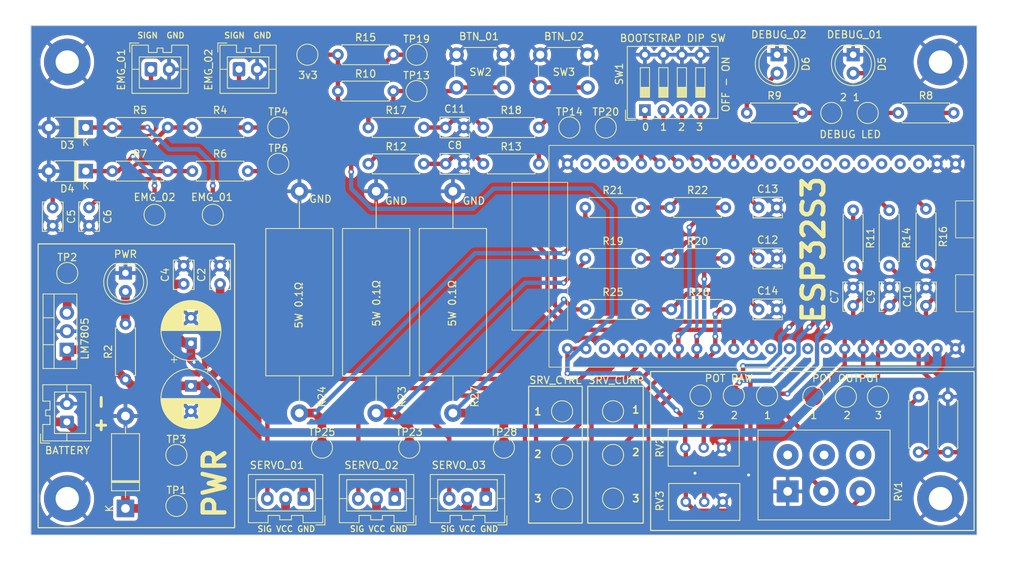
<source format=kicad_pcb>
(kicad_pcb (version 20221018) (generator pcbnew)
  (layers (0 "F.Cu" signal) (31 "B.Cu" signal) (34 "B.Paste" user) (35 "F.Paste" user) (36 "B.SilkS" user "B.Silkscreen") (37 "F.SilkS" user "F.Silkscreen") (38 "B.Mask" user) (39 "F.Mask" user) (44 "Edge.Cuts" user))
  (net 0 "")
  (net 1 "+3V3")
  (net 3 "SERVO_CONTROL_01")
  (net 4 "SERVO_CONTROL_02")
  (net 5 "SERVO_CONTROL_03")
  (net 6 "SERVO_CURR_01")
  (net 7 "SERVO_CURR_02")
  (net 8 "SERVO_CURR_03")
  (net 9 "EMG_SENSOR_01")
  (net 10 "EMG_SENSOR_02")
  (net 15 "POT_01")
  (net 16 "POT_02")
  (net 17 "POT_03")
  (net 19 "BATT_SENSE")
  (net 20 "+5V")
  (net 21 "GND")
  (net 31 "DEBUG_LED_01")
  (net 32 "DEBUG_LED_02")
  (net 33 "DIP_SWITCH_00")
  (net 34 "DIP_SWITCH_01")
  (net 35 "DIP_SWITCH_02")
  (net 36 "DIP_SWITCH_03")
  (net 37 "BUTTON_01")
  (net 38 "BUTTON_02")
  (net 41 "+BATT")
  (net 42 "Net-(C5-Pad1)")
  (net 43 "Net-(C6-Pad1)")
  (net 44 "Net-(C8-Pad1)")
  (net 45 "Net-(C11-Pad1)")
  (net 46 "Net-(C12-Pad1)")
  (net 47 "Net-(C14-Pad1)")
  (net 48 "Net-(C13-Pad1)")
  (net 49 "Net-(D2-A)")
  (net 50 "Net-(D5-A)")
  (net 51 "Net-(D6-A)")
  (net 52 "Net-(J2-Pin_1)")
  (net 53 "Net-(J3-Pin_1)")
  (net 54 "Net-(J4-Pin_1)")
  (net 55 "Net-(J6-Pin_1)")
  (net 56 "Net-(J5-Pin_1)")
  (net 57 "Net-(R10-Pad2)")
  (net 58 "Net-(R11-Pad1)")
  (net 59 "Net-(R14-Pad1)")
  (net 60 "Net-(R15-Pad2)")
  (net 61 "Net-(R16-Pad1)")
  (footprint "Resistor_THT:R_Axial_DIN0207_L6.3mm_D2.5mm_P7.62mm_Horizontal" (layer "F.Cu") (at 187.81 75)
    (fp_text reference "R22")
    (fp_text value "68k" hide)
  )
  (footprint "TestPoint:TestPoint_Pad_D2.5mm" (layer "F.Cu") (at 120 116)
    (fp_text reference "TP1")
    (fp_text value "TP_BATT" hide)
  )
  (footprint "Resistor_THT:R_Axial_DIN0207_L6.3mm_D2.5mm_P7.62mm_Horizontal" (layer "F.Cu") (at 146.38 69)
    (fp_text reference "R12")
    (fp_text value "10k" hide)
  )
  (footprint "TestPoint:TestPoint_Pad_D2.5mm" (layer "F.Cu") (at 117 76)
    (fp_text reference "TP7" hide)
    (fp_text value "TP_EMG_02_UC" hide)
  )
  (footprint "Resistor_THT:R_Axial_DIN0207_L6.3mm_D2.5mm_P7.62mm_Horizontal" (layer "F.Cu") (at 111.19 70)
    (fp_text reference "R7")
    (fp_text value "10k" hide)
  )
  (footprint "TestPoint:TestPoint_Pad_D2.5mm" (layer "F.Cu") (at 207.518 101)
    (fp_text reference "TP12" hide)
    (fp_text value "TP_POT_01" hide)
  )
  (footprint "Connector_JST:JST_XA_B03B-XASK-1_1x03_P2.50mm_Vertical" (layer "F.Cu") (at 150 115 180)
    (fp_text reference "J4" hide)
    (fp_text value "CONN_SERVO_02" hide)
  )
  (footprint "Button_Switch_THT:SW_PUSH_6mm_H5mm" (layer "F.Cu") (at 158.5 54)
    (fp_text reference "SW2")
    (fp_text value "BUTTON_01" hide)
  )
  (footprint "Package_TO_SOT_THT:TO-220-3_Vertical" (layer "F.Cu") (at 104.945 94.54 90)
    (fp_text reference "U1" hide)
    (fp_text value "LM7805_TO220" hide)
  )
  (footprint "Connector_JST:JST_XA_B02B-XASK-1_1x02_P2.50mm_Vertical" (layer "F.Cu") (at 116.5 56)
    (fp_text reference "J2" hide)
    (fp_text value "EMG_SENSOR_01" hide)
  )
  (footprint "Capacitor_THT:C_Disc_D3.8mm_W2.6mm_P2.50mm" (layer "F.Cu") (at 213 88.5 90)
    (fp_text reference "C7")
    (fp_text value "68nF" hide)
  )
  (footprint "Resistor_THT:R_Axial_DIN0207_L6.3mm_D2.5mm_P7.62mm_Horizontal" (layer "F.Cu") (at 176.19 82)
    (fp_text reference "R19")
    (fp_text value "1k2" hide)
  )
  (footprint "TestPoint:TestPoint_Pad_D2.5mm" (layer "F.Cu") (at 153 54)
    (fp_text reference "TP19")
    (fp_text value "TP_BTN_RAW_02" hide)
  )
  (footprint "Resistor_THT:R_Axial_DIN0207_L6.3mm_D2.5mm_P7.62mm_Horizontal" (layer "F.Cu") (at 162.19 64)
    (fp_text reference "R18")
    (fp_text value "33k" hide)
  )
  (footprint "Resistor_THT:R_Axial_DIN0207_L6.3mm_D2.5mm_P7.62mm_Horizontal" (layer "F.Cu") (at 111.19 64)
    (fp_text reference "R5")
    (fp_text value "10k" hide)
  )
  (footprint "TestPoint:TestPoint_Pad_D2.5mm" (layer "F.Cu") (at 134 64)
    (fp_text reference "TP4")
    (fp_text value "TP_EMG_01_IN" hide)
  )
  (footprint "TestPoint:TestPoint_Pad_D2.5mm" (layer "F.Cu") (at 152 108)
    (fp_text reference "TP23")
    (fp_text value "TP_SERVO_CURR_RAW_02" hide)
  )
  (footprint "TestPoint:TestPoint_Pad_D2.5mm" (layer "F.Cu") (at 180 103)
    (fp_text reference "TP26" hide)
    (fp_text value "TP_SERVO_CURR_01" hide)
  )
  (footprint "MountingHole:MountingHole_3.2mm_M3_Pad" (layer "F.Cu") (at 105 55)
    (fp_text reference "H1" hide)
    (fp_text value "MountingHole_Pad" hide)
  )
  (footprint "Potentiometer_THT:Potentiometer_Bourns_3296W_Vertical" (layer "F.Cu") (at 195 108)
    (fp_text reference "RV2")
    (fp_text value "Trim Pot. 10k" hide)
  )
  (footprint "TestPoint:TestPoint_Pad_D2.5mm" (layer "F.Cu") (at 201.168 100.838)
    (fp_text reference "TP11" hide)
    (fp_text value "TP_POT_RAW_01" hide)
  )
  (footprint "Diode_THT:D_T-1_P5.08mm_Horizontal" (layer "F.Cu") (at 107.54 70 180)
    (fp_text reference "D4")
    (fp_text value "5v1" hide)
  )
  (footprint "Diode_THT:D_DO-15_P12.70mm_Horizontal" (layer "F.Cu") (at 113 116.35 90)
    (fp_text reference "D1" hide)
    (fp_text value "FR207")
  )
  (footprint "Capacitor_THT:C_Disc_D3.8mm_W2.6mm_P2.50mm" (layer "F.Cu") (at 126 85.5 90)
    (fp_text reference "C2")
    (fp_text value "0.1uF" hide)
  )
  (footprint "TestPoint:TestPoint_Pad_D2.5mm" (layer "F.Cu") (at 180 115)
    (fp_text reference "TP29" hide)
    (fp_text value "TP_SERVO_CURR_03" hide)
  )
  (footprint "Capacitor_THT:C_Disc_D3.8mm_W2.6mm_P2.50mm" (layer "F.Cu") (at 200 75)
    (fp_text reference "C13")
    (fp_text value "100nF" hide)
  )
  (footprint "Capacitor_THT:C_Disc_D3.8mm_W2.6mm_P2.50mm" (layer "F.Cu") (at 218 88.5 90)
    (fp_text reference "C9")
    (fp_text value "68nF" hide)
  )
  (footprint "TestPoint:TestPoint_Pad_D2.5mm" (layer "F.Cu") (at 174 64)
    (fp_text reference "TP14")
    (fp_text value "TP_BTN_01" hide)
  )
  (footprint "Resistor_THT:R_Axial_DIN0207_L6.3mm_D2.5mm_P7.62mm_Horizontal" (layer "F.Cu") (at 226 108.62 90)
    (fp_text reference "R3" hide)
    (fp_text value "47k" hide)
  )
  (footprint "Potentiometer_THT:Potentiometer_Alps_RK163_Dual_Horizontal" (layer "F.Cu") (at 204 114 90)
    (fp_text reference "RV1")
    (fp_text value "Pot. 5k" hide)
  )
  (footprint "Button_Switch_THT:SW_PUSH_6mm_H5mm" (layer "F.Cu") (at 170 54)
    (fp_text reference "SW3")
    (fp_text value "BUTTON_02" hide)
  )
  (footprint "TestPoint:TestPoint_Pad_D2.5mm" (layer "F.Cu") (at 173 109)
    (fp_text reference "TP21" hide)
    (fp_text value "TP_SERVO_CONTROL_02" hide)
  )
  (footprint "Capacitor_THT:C_Disc_D3.8mm_W2.6mm_P2.50mm" (layer "F.Cu") (at 157 69)
    (fp_text reference "C8")
    (fp_text value "100nF" hide)
  )
  (footprint "Resistor_THT:R_Axial_DIN0207_L6.3mm_D2.5mm_P7.62mm_Horizontal" (layer "F.Cu") (at 188 89)
    (fp_text reference "R26")
    (fp_text value "68k" hide)
  )
  (footprint "Potentiometer_THT:Potentiometer_Bourns_3296W_Vertical" (layer "F.Cu") (at 195.08 115.45)
    (fp_text reference "RV3")
    (fp_text value "Trim Pot. 10k" hide)
  )
  (footprint "Resistor_THT:R_Axial_DIN0207_L6.3mm_D2.5mm_P7.62mm_Horizontal" (layer "F.Cu") (at 122.19 64)
    (fp_text reference "R4")
    (fp_text value "330k" hide)
  )
  (footprint "TestPoint:TestPoint_Pad_D2.5mm" (layer "F.Cu") (at 140 108)
    (fp_text reference "TP25")
    (fp_text value "TP_SERVO_CURR_RAW_01" hide)
  )
  (footprint "TestPoint:TestPoint_Pad_D2.5mm" (layer "F.Cu") (at 196.596 100.838)
    (fp_text reference "TP15" hide)
    (fp_text value "TP_POT_RAW_02" hide)
  )
  (footprint "TestPoint:TestPoint_Pad_D2.5mm" (layer "F.Cu") (at 138 54)
    (fp_text reference "TP10" hide)
    (fp_text value "TP_3v3" hide)
  )
  (footprint "Button_Switch_THT:SW_DIP_SPSTx04_Slide_9.78x12.34mm_W7.62mm_P2.54mm" (layer "F.Cu") (at 184.38 61.62 90)
    (fp_text reference "SW1")
    (fp_text value "DIP_SWITCH" hide)
  )
  (footprint "Resistor_THT:R_Axial_DIN0207_L6.3mm_D2.5mm_P7.62mm_Horizontal" (layer "F.Cu") (at 113 98.62 90)
    (fp_text reference "R2")
    (fp_text value "10k")
  )
  (footprint "Capacitor_THT:C_Disc_D3.8mm_W2.6mm_P2.50mm" (layer "F.Cu") (at 121 85.5 90)
    (fp_text reference "C4")
    (fp_text value "0.1uF" hide)
  )
  (footprint "Capacitor_THT:C_Disc_D3.8mm_W2.6mm_P2.50mm" (layer "F.Cu") (at 223 88.5 90)
    (fp_text reference "C10")
    (fp_text value "68nF" hide)
  )
  (footprint "TestPoint:TestPoint_Pad_D2.5mm" (layer "F.Cu") (at 180 109)
    (fp_text reference "TP24" hide)
    (fp_text value "TP_SERVO_CURR_02" hide)
  )
  (footprint "Capacitor_THT:C_Disc_D3.8mm_W2.6mm_P2.50mm" (layer "F.Cu") (at 157 64)
    (fp_text reference "C11")
    (fp_text value "100nF" hide)
  )
  (footprint "Resistor_THT:R_Axial_DIN0922_L20.0mm_D9.0mm_P30.48mm_Horizontal" (layer "F.Cu") (at 147.45 103.245 90)
    (fp_text reference "R23")
    (fp_text value "0.1" hide)
  )
  (footprint "TestPoint:TestPoint_Pad_D2.5mm" (layer "F.Cu") (at 120 109)
    (fp_text reference "TP3")
    (fp_text value "TP_GND" hide)
  )
  (footprint "MountingHole:MountingHole_3.2mm_M3_Pad" (layer "F.Cu") (at 225 115)
    (fp_text reference "H4" hide)
    (fp_text value "MountingHole_Pad" hide)
  )
  (footprint "LED_THT:LED_D5.0mm" (layer "F.Cu") (at 213 54 -90)
    (fp_text reference "D5")
    (fp_text value "LED RED" hide)
  )
  (footprint "Capacitor_THT:C_Disc_D3.8mm_W2.6mm_P2.50mm" (layer "F.Cu") (at 103 75 -90)
    (fp_text reference "C5")
    (fp_text value "0.1uF" hide)
  )
  (footprint "Resistor_THT:R_Axial_DIN0207_L6.3mm_D2.5mm_P7.62mm_Horizontal" (layer "F.Cu") (at 142.19 54)
    (fp_text reference "R15")
    (fp_text value "10k" hide)
  )
  (footprint "TestPoint:TestPoint_Pad_D2.5mm" (layer "F.Cu") (at 165 108)
    (fp_text reference "TP28")
    (fp_text value "TP_SERVO_CURR_RAW_03" hide)
  )
  (footprint "Resistor_THT:R_Axial_DIN0207_L6.3mm_D2.5mm_P7.62mm_Horizontal" (layer "F.Cu") (at 217.95 75.38 -90)
    (fp_text reference "R14")
    (fp_text value "2k2" hide)
  )
  (footprint "Connector_JST:JST_XA_B02B-XASK-1_1x02_P2.50mm_Vertical" (layer "F.Cu") (at 104.945 104.46 90)
    (fp_text reference "J1" hide)
    (fp_text value "BATT_CONNECTOR" hide)
  )
  (footprint "Capacitor_THT:CP_Radial_D8.0mm_P3.50mm" (layer "F.Cu") (at 122 99.5 -90)
    (fp_text reference "C1" hide)
    (fp_text value "470uF")
  )
  (footprint "Capacitor_THT:C_Disc_D3.8mm_W2.6mm_P2.50mm" (layer "F.Cu") (at 108 75 -90)
    (fp_text reference "C6")
    (fp_text value "0.1uF" hide)
  )
  (footprint "TestPoint:TestPoint_Pad_D2.5mm" (layer "F.Cu") (at 212 101)
    (fp_text reference "TP16" hide)
    (fp_text value "TP_POT_02" hide)
  )
  (footprint "Resistor_THT:R_Axial_DIN0207_L6.3mm_D2.5mm_P7.62mm_Horizontal" (layer "F.Cu") (at 176.19 75)
    (fp_text reference "R21")
    (fp_text value "1k2" hide)
  )
  (footprint "LED_THT:LED_D5.0mm" (layer "F.Cu") (at 113 84 -90)
    (fp_text reference "D2" hide)
    (fp_text value "LED GREEN" hide)
  )
  (footprint "FootprintLibrary:ESP32S3_DevModule" (layer "F.Cu") (at 201.68 81.7)
    (fp_text reference "A1" hide)
    (fp_text value "~" hide)
  )
  (footprint "TestPoint:TestPoint_Pad_D2.5mm" (layer "F.Cu") (at 192.024 100.838)
    (fp_text reference "TP17" hide)
    (fp_text value "TP_POT_RAW_03" hide)
  )
  (footprint "Capacitor_THT:C_Disc_D3.8mm_W2.6mm_P2.50mm" (layer "F.Cu") (at 200 89)
    (fp_text reference "C14")
    (fp_text value "100nF" hide)
  )
  (footprint "Resistor_THT:R_Axial_DIN0207_L6.3mm_D2.5mm_P7.62mm_Horizontal" (layer "F.Cu") (at 176.19 89)
    (fp_text reference "R25")
    (fp_text value "1k2" hide)
  )
  (footprint "Resistor_THT:R_Axial_DIN0207_L6.3mm_D2.5mm_P7.62mm_Horizontal" (layer "F.Cu") (at 142.19 59)
    (fp_text reference "R10")
    (fp_text value "10k" hide)
  )
  (footprint "TestPoint:TestPoint_Pad_D2.5mm" (layer "F.Cu") (at 105 84)
    (fp_text reference "TP2")
    (fp_text value "TP_5V_REG" hide)
  )
  (footprint "TestPoint:TestPoint_Pad_D2.5mm" (layer "F.Cu") (at 173 103)
    (fp_text reference "TP22" hide)
    (fp_text value "TP_SERVO_CONTROL_01" hide)
  )
  (footprint "Capacitor_THT:C_Disc_D3.8mm_W2.6mm_P2.50mm" (layer "F.Cu") (at 200 82)
    (fp_text reference "C12")
    (fp_text value "100nF" hide)
  )
  (footprint "Resistor_THT:R_Axial_DIN0207_L6.3mm_D2.5mm_P7.62mm_Horizontal" (layer "F.Cu") (at 223 75.19 -90)
    (fp_text reference "R16")
    (fp_text value "2k2" hide)
  )
  (footprint "MountingHole:MountingHole_3.2mm_M3_Pad" (layer "F.Cu") (at 225 55)
    (fp_text reference "H2" hide)
    (fp_text value "MountingHole_Pad" hide)
  )
  (footprint "Diode_THT:D_T-1_P5.08mm_Horizontal" (layer "F.Cu") (at 107.54 64 180)
    (fp_text reference "D3")
    (fp_text value "5v1" hide)
  )
  (footprint "Connector_JST:JST_XA_B02B-XASK-1_1x02_P2.50mm_Vertical" (layer "F.Cu") (at 128.6 56)
    (fp_text reference "J3" hide)
    (fp_text value "EMG_SENSOR_02" hide)
  )
  (footprint "Connector_JST:JST_XA_B03B-XASK-1_1x03_P2.50mm_Vertical" (layer "F.Cu") (at 137.5 115 180)
    (fp_text reference "J5" hide)
    (fp_text value "CONN_SERVO_01" hide)
  )
  (footprint "TestPoint:TestPoint_Pad_D2.5mm" (layer "F.Cu") (at 215 62)
    (fp_text reference "TP8" hide)
    (fp_text value "TP_DEBUG_01" hide)
  )
  (footprint "Resistor_THT:R_Axial_DIN0207_L6.3mm_D2.5mm_P7.62mm_Horizontal" (layer "F.Cu") (at 162.19 69)
    (fp_text reference "R13")
    (fp_text value "33k" hide)
  )
  (footprint "Resistor_THT:R_Axial_DIN0207_L6.3mm_D2.5mm_P7.62mm_Horizontal" (layer "F.Cu") (at 198.38 62)
    (fp_text reference "R9")
    (fp_text value "220" hide)
  )
  (footprint "TestPoint:TestPoint_Pad_D2.5mm" (layer "F.Cu") (at 153 59)
    (fp_text reference "TP13")
    (fp_text value "TP_BTN_RAW_01" hide)
  )
  (footprint "MountingHole:MountingHole_3.2mm_M3_Pad" (layer "F.Cu") (at 105 115)
    (fp_text reference "H3" hide)
    (fp_text value "MountingHole_Pad" hide)
  )
  (footprint "Resistor_THT:R_Axial_DIN0922_L20.0mm_D9.0mm_P30.48mm_Horizontal" (layer "F.Cu") (at 136.9 103.245 90)
    (fp_text reference "R24")
    (fp_text value "0.1" hide)
  )
  (footprint "Resistor_THT:R_Axial_DIN0207_L6.3mm_D2.5mm_P7.62mm_Horizontal" (layer "F.Cu") (at 222 101 -90)
    (fp_text reference "R1" hide)
    (fp_text value "180k" hide)
  )
  (footprint "TestPoint:TestPoint_Pad_D2.5mm" (layer "F.Cu") (at 179 64)
    (fp_text reference "TP20")
    (fp_text value "TP_BTN_02" hide)
  )
  (footprint "Connector_JST:JST_XA_B03B-XASK-1_1x03_P2.50mm_Vertical" (layer "F.Cu") (at 162.5 115 180)
    (fp_text reference "J6" hide)
    (fp_text value "CONN_SERVO_03" hide)
  )
  (footprint "Resistor_THT:R_Axial_DIN0207_L6.3mm_D2.5mm_P7.62mm_Horizontal" (layer "F.Cu") (at 146.38 64)
    (fp_text reference "R17")
    (fp_text value "10k" hide)
  )
  (footprint "TestPoint:TestPoint_Pad_D2.5mm" (layer "F.Cu") (at 216.408 101)
    (fp_text reference "TP18" hide)
    (fp_text value "TP_POT_03" hide)
  )
  (footprint "TestPoint:TestPoint_Pad_D2.5mm" (layer "F.Cu") (at 125 76)
    (fp_text reference "TP5" hide)
    (fp_text value "TP_EMG_01_UC" hide)
  )
  (footprint "LED_THT:LED_D5.0mm" (layer "F.Cu") (at 202.54 54 -90)
    (fp_text reference "D6")
    (fp_text value "LED BLUE" hide)
  )
  (footprint "Resistor_THT:R_Axial_DIN0207_L6.3mm_D2.5mm_P7.62mm_Horizontal" (layer "F.Cu") (at 213 75.38 -90)
    (fp_text reference "R11")
    (fp_text value "2k2" hide)
  )
  (footprint "Resistor_THT:R_Axial_DIN0922_L20.0mm_D9.0mm_P30.48mm_Horizontal" (layer "F.Cu") (at 158 103.245 90)
    (fp_text reference "R27")
    (fp_text value "0.1" hide)
  )
  (footprint "Capacitor_THT:CP_Radial_D8.0mm_P3.50mm" (layer "F.Cu") (at 122 93.652651 90)
    (fp_text reference "C3" hide)
    (fp_text value "470uF")
  )
  (footprint "Resistor_THT:R_Axial_DIN0207_L6.3mm_D2.5mm_P7.62mm_Horizontal" (layer "F.Cu") (at 122.19 70)
    (fp_text reference "R6")
    (fp_text value "330k" hide)
  )
  (footprint "Resistor_THT:R_Axial_DIN0207_L6.3mm_D2.5mm_P7.62mm_Horizontal" (layer "F.Cu") (at 187.81 82)
    (fp_text reference "R20")
    (fp_text value "68k" hide)
  )
  (footprint "TestPoint:TestPoint_Pad_D2.5mm" (layer "F.Cu") (at 173 115)
    (fp_text reference "TP27" hide)
    (fp_text value "TP_SERVO_CONTROL_03" hide)
  )
  (footprint "Resistor_THT:R_Axial_DIN0207_L6.3mm_D2.5mm_P7.62mm_Horizontal" (layer "F.Cu") (at 219.19 62)
    (fp_text reference "R8")
    (fp_text value "220" hide)
  )
  (footprint "TestPoint:TestPoint_Pad_D2.5mm" (layer "F.Cu") (at 210 62)
    (fp_text reference "TP9" hide)
    (fp_text value "TP_DEBUG_02" hide)
  )
  (footprint "TestPoint:TestPoint_Pad_D2.5mm" (layer "F.Cu") (at 134 69)
    (fp_text reference "TP6")
    (fp_text value "TP_EMG_02_IN" hide)
  )
  (gr_rect (start 185.166 97.536) (end 229.616 119.38) (stroke (width 0.15)) (fill none) (layer "F.SilkS"))
  (gr_rect (start 168.402 99.568) (end 175.768 118.364) (stroke (width 0.15)) (fill none) (layer "F.SilkS"))
  (gr_rect (start 176.53 99.568) (end 184.15 118.364) (stroke (width 0.15)) (fill none) (layer "F.SilkS"))
  (gr_rect (start 101 80) (end 128 119) (stroke (width 0.15)) (fill none) (layer "F.SilkS"))
  (gr_rect (start 100 50) (end 230 120) (stroke (width 0.1)) (fill none) (layer "Edge.Cuts"))
  (gr_text "POT RAW" (at 192.532 99.06) (layer "F.SilkS") (effects (font (size 1 1)) (justify left bottom)))
  (gr_text "2\n" (at 169.672 109.474) (layer "F.SilkS") (effects (font (size 1 1) (thickness 0.2) bold) (justify bottom)))
  (gr_text "EMG_01" (at 113 59 90) (layer "F.SilkS") (effects (font (size 1 1)) (justify left bottom)))
  (gr_text "SIG VCC GND" (at 131.064 119.634) (layer "F.SilkS") (effects (font (size 0.8 0.8)) (justify left bottom)))
  (gr_text "SERVO_02" (at 143 111) (layer "F.SilkS") (effects (font (size 1 1)) (justify left bottom)))
  (gr_text "3" (at 183.134 115.57) (layer "F.SilkS") (effects (font (size 1 1) (thickness 0.2) bold) (justify bottom)))
  (gr_text "2" (at 211.582 104.14) (layer "F.SilkS") (effects (font (size 1 1)) (justify left bottom)))
  (gr_text "OFF - ON" (at 196.088 61.976 90) (layer "F.SilkS") (effects (font (size 1 1)) (justify left bottom)))
  (gr_text "3" (at 215.9 104.14) (layer "F.SilkS") (effects (font (size 1 1)) (justify left bottom)))
  (gr_text "5W 0.1Ω" (at 148.082 91.44 90) (layer "F.SilkS") (effects (font (size 1 1)) (justify left bottom)))
  (gr_text "DEBUG_01" (at 209.296 51.816) (layer "F.SilkS") (effects (font (size 1 1)) (justify left bottom)))
  (gr_text "EMG_02" (at 125 59 90) (layer "F.SilkS") (effects (font (size 1 1)) (justify left bottom)))
  (gr_text "GND" (at 159.258 74.676) (layer "F.SilkS") (effects (font (size 1 1)) (justify left bottom)))
  (gr_text "PWR" (at 113 82) (layer "F.SilkS") (effects (font (size 1 1)) (justify bottom)))
  (gr_text "SERVO_03" (at 155 111) (layer "F.SilkS") (effects (font (size 1 1)) (justify left bottom)))
  (gr_text "2\n" (at 183.134 109.22) (layer "F.SilkS") (effects (font (size 1 1) (thickness 0.2) bold) (justify bottom)))
  (gr_text "SERVO_01" (at 130 111) (layer "F.SilkS") (effects (font (size 1 1)) (justify left bottom)))
  (gr_text "BOOTSTRAP DIP SW" (at 180.848 52.324) (layer "F.SilkS") (effects (font (size 1 1)) (justify left bottom)))
  (gr_text "1" (at 169.672 103.632) (layer "F.SilkS") (effects (font (size 1 1) (thickness 0.2) bold) (justify bottom)))
  (gr_text "EMG_01" (at 121.92 74.168) (layer "F.SilkS") (effects (font (size 1 1)) (justify left bottom)))
  (gr_text "GND" (at 138.176 74.422) (layer "F.SilkS") (effects (font (size 1 1)) (justify left bottom)))
  (gr_text "0  1  2  3" (at 183.896 64.516) (layer "F.SilkS") (effects (font (size 1 1)) (justify left bottom)))
  (gr_text "BATTERY" (at 101.854 108.966) (layer "F.SilkS") (effects (font (size 1 1)) (justify left bottom)))
  (gr_text "2" (at 196.088 104.14) (layer "F.SilkS") (effects (font (size 1 1)) (justify left bottom)))
  (gr_text "SIGN  GND" (at 126.492 51.816) (layer "F.SilkS") (effects (font (size 0.8 0.8)) (justify left bottom)))
  (gr_text "PWR" (at 127 118 90) (layer "F.SilkS") (effects (font (size 3 3) (thickness 0.6) bold) (justify left bottom)))
  (gr_text "POT OUTPUT" (at 207.264 99.06) (layer "F.SilkS") (effects (font (size 1 1)) (justify left bottom)))
  (gr_text "ESP32S3" (at 209.296 91.186 90) (layer "F.SilkS") (effects (font (size 3 3) (thickness 0.6) bold) (justify left bottom)))
  (gr_text "3" (at 191.516 104.14) (layer "F.SilkS") (effects (font (size 1 1)) (justify left bottom)))
  (gr_text "3v3" (at 136.652 57.404) (layer "F.SilkS") (effects (font (size 1 1)) (justify left bottom)))
  (gr_text "2" (at 211.074 60.452) (layer "F.SilkS") (effects (font (size 1 1)) (justify left bottom)))
  (gr_text "SRV_CURR" (at 176.53 99.314) (layer "F.SilkS") (effects (font (size 1 1)) (justify left bottom)))
  (gr_text "BTN_01" (at 158.75 52.07) (layer "F.SilkS") (effects (font (size 1 1)) (justify left bottom)))
  (gr_text "EMG_02" (at 114.046 74.168) (layer "F.SilkS") (effects (font (size 1 1)) (justify left bottom)))
  (gr_text "BTN_02" (at 170.434 52.07) (layer "F.SilkS") (effects (font (size 1 1)) (justify left bottom)))
  (gr_text "SIG VCC GND" (at 156.21 119.634) (layer "F.SilkS") (effects (font (size 0.8 0.8)) (justify left bottom)))
  (gr_text "DEBUG_02" (at 198.882 51.816) (layer "F.SilkS") (effects (font (size 1 1)) (justify left bottom)))
  (gr_text "3" (at 169.672 115.57) (layer "F.SilkS") (effects (font (size 1 1) (thickness 0.2) bold) (justify bottom)))
  (gr_text "LM7805" (at 108 96 90) (layer "F.SilkS") (effects (font (size 1 1)) (justify left bottom)))
  (gr_text "5W 0.1Ω" (at 137.414 91.694 90) (layer "F.SilkS") (effects (font (size 1 1)) (justify left bottom)))
  (gr_text "SRV_CTRL" (at 168.402 99.314) (layer "F.SilkS") (effects (font (size 1 1)) (justify left bottom)))
  (gr_text "DEBUG LED" (at 208.28 65.532) (layer "F.SilkS") (effects (font (size 1 1)) (justify left bottom)))
  (gr_text "SIG VCC GND" (at 143.764 119.634) (layer "F.SilkS") (effects (font (size 0.8 0.8)) (justify left bottom)))
  (gr_text "GND" (at 148.59 74.676) (layer "F.SilkS") (effects (font (size 1 1)) (justify left bottom)))
  (gr_text "1" (at 200.66 104.14) (layer "F.SilkS") (effects (font (size 1 1)) (justify left bottom)))
  (gr_text "SIGN  GND" (at 114.554 51.816) (layer "F.SilkS") (effects (font (size 0.8 0.8)) (justify left bottom)))
  (gr_text "1" (at 183.134 103.378) (layer "F.SilkS") (effects (font (size 1 1) (thickness 0.2) bold) (justify bottom)))
  (gr_text "1" (at 212.852 60.452) (layer "F.SilkS") (effects (font (size 1 1)) (justify left bottom)))
  (gr_text "+ -" (at 110.49 106.172 90) (layer "F.SilkS") (effects (font (size 1.6 1.6) (thickness 0.4) bold) (justify left bottom)))
  (gr_text "5W 0.1Ω" (at 158.496 91.44 90) (layer "F.SilkS") (effects (font (size 1 1)) (justify left bottom)))
  (gr_text "1" (at 207.01 104.14) (layer "F.SilkS") (effects (font (size 1 1)) (justify left bottom)))
  (segment (start 191.22 116.67) (end 212.26 116.67) (width 0.6) (layer "F.Cu") (net 1))
  (segment (start 190 115.45) (end 190 108.08) (width 0.6) (layer "F.Cu") (net 1))
  (segment (start 214 114.93) (end 214 114) (width 0.6) (layer "F.Cu") (net 1))
  (segment (start 176.28 94.4) (end 173.74 94.4) (width 0.6) (layer "F.Cu") (net 1))
  (segment (start 189.92 108) (end 189.92 104.068) (width 0.6) (layer "F.Cu") (net 1))
  (segment (start 190 115.45) (end 191.22 116.67) (width 0.6) (layer "F.Cu") (net 1))
  (segment (start 144.018 62.484) (end 144.018 70.104) (width 0.6) (layer "F.Cu") (net 1))
  (segment (start 190 108.08) (end 189.92 108) (width 0.6) (layer "F.Cu") (net 1))
  (segment (start 143.764 62.23) (end 144.018 62.484) (width 0.6) (layer "F.Cu") (net 1))
  (segment (start 142.19 54) (end 142.19 59) (width 0.6) (layer "F.Cu") (net 1))
  (segment (start 142.19 60.656) (end 143.764 62.23) (width 0.6) (layer "F.Cu") (net 1))
  (segment (start 189.92 104.068) (end 188.722 102.87) (width 0.6) (layer "F.Cu") (net 1))
  (segment (start 173.736 94.404) (end 173.74 94.4) (width 0.6) (layer "F.Cu") (net 1))
  (segment (start 173.736 97.79) (end 173.736 94.404) (width 0.6) (layer "F.Cu") (net 1))
  (segment (start 212.26 116.67) (end 214 114.93) (width 0.6) (layer "F.Cu") (net 1))
  (segment (start 142.19 59) (end 142.19 60.656) (width 0.6) (layer "F.Cu") (net 1))
  (segment (start 138 54) (end 142.19 54) (width 0.6) (layer "F.Cu") (net 1))
  (via (at 188.722 102.87) (size 0.8) (drill 0.4) (layers "F.Cu" "B.Cu") (net 1))
  (via (at 144.018 70.104) (size 0.8) (drill 0.4) (layers "F.Cu" "B.Cu") (net 1))
  (via (at 173.736 97.79) (size 0.8) (drill 0.4) (layers "F.Cu" "B.Cu") (net 1))
  (segment (start 188.722 102.87) (end 183.642 97.79) (width 0.6) (layer "B.Cu") (net 1))
  (segment (start 179.832 75.184) (end 179.832 89.916) (width 0.6) (layer "B.Cu") (net 1))
  (segment (start 144.018 72.39) (end 146.812 75.184) (width 0.6) (layer "B.Cu") (net 1))
  (segment (start 163.576 72.39) (end 177.038 72.39) (width 0.6) (layer "B.Cu") (net 1))
  (segment (start 173.736 96.012) (end 173.736 97.79) (width 0.6) (layer "B.Cu") (net 1))
  (segment (start 183.642 97.79) (end 173.736 97.79) (width 0.6) (layer "B.Cu") (net 1))
  (segment (start 160.782 75.184) (end 163.576 72.39) (width 0.6) (layer "B.Cu") (net 1))
  (segment (start 177.038 72.39) (end 179.832 75.184) (width 0.6) (layer "B.Cu") (net 1))
  (segment (start 179.832 89.916) (end 173.736 96.012) (width 0.6) (layer "B.Cu") (net 1))
  (segment (start 144.018 70.104) (end 144.018 72.39) (width 0.6) (layer "B.Cu") (net 1))
  (segment (start 146.812 75.184) (end 160.782 75.184) (width 0.6) (layer "B.Cu") (net 1))
  (segment (start 137.16 98.552) (end 132.5 103.212) (width 0.6) (layer "F.Cu") (net 3))
  (segment (start 181.36 94.4) (end 181.36 95.5) (width 0.6) (layer "F.Cu") (net 3))
  (segment (start 176.784 97.282) (end 173 101.066) (width 0.6) (layer "F.Cu") (net 3))
  (segment (start 173 103) (end 171.072 103) (width 0.6) (layer "F.Cu") (net 3))
  (segment (start 166.624 98.552) (end 137.16 98.552) (width 0.6) (layer "F.Cu") (net 3))
  (segment (start 181.36 95.5) (end 179.578 97.282) (width 0.6) (layer "F.Cu") (net 3))
  (segment (start 173 101.066) (end 173 103) (width 0.6) (layer "F.Cu") (net 3))
  (segment (start 179.578 97.282) (end 176.784 97.282) (width 0.6) (layer "F.Cu") (net 3))
  (segment (start 171.072 103) (end 166.624 98.552) (width 0.6) (layer "F.Cu") (net 3))
  (segment (start 132.5 103.212) (end 132.5 115) (width 0.6) (layer "F.Cu") (net 3))
  (segment (start 181.61 98.552) (end 183.9 96.262) (width 0.6) (layer "F.Cu") (net 4))
  (segment (start 169.418 107.696) (end 169.418 103.378) (width 0.6) (layer "F.Cu") (net 4))
  (segment (start 175.514 100.838) (end 177.8 98.552) (width 0.6) (layer "F.Cu") (net 4))
  (segment (start 177.8 98.552) (end 181.61 98.552) (width 0.6) (layer "F.Cu") (net 4))
  (segment (start 175.514 104.648) (end 175.514 100.838) (width 0.6) (layer "F.Cu") (net 4))
  (segment (start 147.828 99.822) (end 145 102.65) (width 0.6) (layer "F.Cu") (net 4))
  (segment (start 173 109) (end 170.722 109) (width 0.6) (layer "F.Cu") (net 4))
  (segment (start 173 109) (end 173 107.162) (width 0.6) (layer "F.Cu") (net 4))
  (segment (start 183.9 96.262) (end 183.9 94.4) (width 0.6) (layer "F.Cu") (net 4))
  (segment (start 169.418 103.378) (end 165.862 99.822) (width 0.6) (layer "F.Cu") (net 4))
  (segment (start 145 102.65) (end 145 115) (width 0.6) (layer "F.Cu") (net 4))
  (segment (start 173 107.162) (end 175.514 104.648) (width 0.6) (layer "F.Cu") (net 4))
  (segment (start 165.862 99.822) (end 147.828 99.822) (width 0.6) (layer "F.Cu") (net 4))
  (segment (start 170.722 109) (end 169.418 107.696) (width 0.6) (layer "F.Cu") (net 4))
  (segment (start 154.686 102.362) (end 156.21 100.838) (width 0.6) (layer "F.Cu") (net 5))
  (segment (start 177.038 108.712) (end 177.038 101.6) (width 0.6) (layer "F.Cu") (net 5))
  (segment (start 167.894 103.886) (end 167.894 111.76) (width 0.6) (layer "F.Cu") (net 5))
  (segment (start 173 115) (end 173 112.75) (width 0.6) (layer "F.Cu") (net 5))
  (segment (start 173 112.75) (end 177.038 108.712) (width 0.6) (layer "F.Cu") (net 5))
  (segment (start 157.5 115) (end 157.5 106.7) (width 0.6) (layer "F.Cu") (net 5))
  (segment (start 177.038 101.6) (end 178.562 100.076) (width 0.6) (layer "F.Cu") (net 5))
  (segment (start 164.846 100.838) (end 167.894 103.886) (width 0.6) (layer "F.Cu") (net 5))
  (segment (start 171.134 115) (end 173 115) (width 0.6) (layer "F.Cu") (net 5))
  (segment (start 156.21 100.838) (end 164.846 100.838) (width 0.6) (layer "F.Cu") (net 5))
  (segment (start 157.5 106.7) (end 154.686 103.886) (width 0.6) (layer "F.Cu") (net 5))
  (segment (start 182.372 100.076) (end 186.44 96.008) (width 0.6) (layer "F.Cu") (net 5))
  (segment (start 154.686 103.886) (end 154.686 102.362) (width 0.6) (layer "F.Cu") (net 5))
  (segment (start 178.562 100.076) (end 182.372 100.076) (width 0.6) (layer "F.Cu") (net 5))
  (segment (start 167.894 111.76) (end 171.134 115) (width 0.6) (layer "F.Cu") (net 5))
  (segment (start 186.44 96.008) (end 186.44 94.4) (width 0.6) (layer "F.Cu") (net 5))
  (segment (start 181.734 103) (end 180 103) (width 0.6) (layer "F.Cu") (net 6))
  (segment (start 188.98 94.4) (end 188.98 95.754) (width 0.6) (layer "F.Cu") (net 6))
  (segment (start 195.43 75) (end 193.224 75) (width 0.6) (layer "F.Cu") (net 6))
  (segment (start 188.976 94.396) (end 188.98 94.4) (width 0.6) (layer "F.Cu") (net 6))
  (segment (start 188.98 95.754) (end 181.734 103) (width 0.6) (layer "F.Cu") (net 6))
  (segment (start 188.976 92.71) (end 188.976 94.396) (width 0.6) (layer "F.Cu") (net 6))
  (segment (start 193.224 75) (end 190.5 77.724) (width 0.6) (layer "F.Cu") (net 6))
  (via (at 188.976 92.71) (size 0.8) (drill 0.4) (layers "F.Cu" "B.Cu") (net 6))
  (via (at 190.5 77.724) (size 0.8) (drill 0.4) (layers "F.Cu" "B.Cu") (net 6))
  (segment (start 190.5 91.186) (end 188.976 92.71) (width 0.6) (layer "B.Cu") (net 6))
  (segment (start 190.5 77.724) (end 190.5 91.186) (width 0.6) (layer "B.Cu") (net 6))
  (segment (start 191.52 95.5) (end 183.134 103.886) (width 0.6) (layer "F.Cu") (net 7))
  (segment (start 192.532 83.058) (end 192.532 84.836) (width 0.6) (layer "F.Cu") (net 7))
  (segment (start 191.516 92.71) (end 191.516 94.396) (width 0.6) (layer "F.Cu") (net 7))
  (segment (start 183.134 105.866) (end 180 109) (width 0.6) (layer "F.Cu") (net 7))
  (segment (start 193.59 82) (end 192.532 83.058) (width 0.6) (layer "F.Cu") (net 7))
  (segment (start 195.43 82) (end 193.59 82) (width 0.6) (layer "F.Cu") (net 7))
  (segment (start 191.52 94.4) (end 191.52 95.5) (width 0.6) (layer "F.Cu") (net 7))
  (segment (start 183.134 103.886) (end 183.134 105.866) (width 0.6) (layer "F.Cu") (net 7))
  (segment (start 191.516 94.396) (end 191.52 94.4) (width 0.6) (layer "F.Cu") (net 7))
  (via (at 192.532 84.836) (size 0.8) (drill 0.4) (layers "F.Cu" "B.Cu") (net 7))
  (via (at 191.516 92.71) (size 0.8) (drill 0.4) (layers "F.Cu" "B.Cu") (net 7))
  (segment (start 192.532 91.694) (end 191.516 92.71) (width 0.6) (layer "B.Cu") (net 7))
  (segment (start 192.532 84.836) (end 192.532 91.694) (width 0.6) (layer "B.Cu") (net 7))
  (segment (start 184.912 107.696) (end 180 112.608) (width 0.6) (layer "F.Cu") (net 8))
  (segment (start 194.06 94.4) (end 194.06 94.738) (width 0.6) (layer "F.Cu") (net 8))
  (segment (start 194.06 94.738) (end 184.912 103.886) (width 0.6) (layer "F.Cu") (net 8))
  (segment (start 180 112.608) (end 180 115) (width 0.6) (layer "F.Cu") (net 8))
  (segment (start 194.056 94.396) (end 194.06 94.4) (width 0.6) (layer "F.Cu") (net 8))
  (segment (start 194.718 89) (end 194.056 89.662) (width 0.6) (layer "F.Cu") (net 8))
  (segment (start 194.056 92.71) (end 194.056 94.396) (width 0.6) (layer "F.Cu") (net 8))
  (segment (start 195.62 89) (end 194.718 89) (width 0.6) (layer "F.Cu") (net 8))
  (segment (start 184.912 103.886) (end 184.912 107.696) (width 0.6) (layer "F.Cu") (net 8))
  (via (at 194.056 89.662) (size 0.8) (drill 0.4) (layers "F.Cu" "B.Cu") (net 8))
  (via (at 194.056 92.71) (size 0.8) (drill 0.4) (layers "F.Cu" "B.Cu") (net 8))
  (segment (start 194.056 89.662) (end 194.056 92.71) (width 0.6) (layer "B.Cu") (net 8))
  (segment (start 111.19 64) (end 116 64) (width 0.6) (layer "F.Cu") (net 9))
  (segment (start 197.678 90.678) (end 199.14 92.14) (width 0.6) (layer "F.Cu") (net 9))
  (segment (start 127 78) (end 169 78) (width 0.6) (layer "F.Cu") (net 9))
  (segment (start 169 78) (end 172 81) (width 0.6) (layer "F.Cu") (net 9))
  (segment (start 125 72) (end 125 76) (width 0.6) (layer "F.Cu") (net 9))
  (segment (start 172 81) (end 172 88.434) (width 0.6) (layer "F.Cu") (net 9))
  (segment (start 199.14 92.14) (end 199.14 94.4) (width 0.6) (layer "F.Cu") (net 9))
  (segment (start 107.54 64) (end 111.19 64) (width 0.6) (layer "F.Cu") (net 9))
  (segment (start 172 88.434) (end 174.244 90.678) (width 0.6) (layer "F.Cu") (net 9))
  (segment (start 174.244 90.678) (end 197.678 90.678) (width 0.6) (layer "F.Cu") (net 9))
  (segment (start 125 76) (end 127 78) (width 0.6) (layer "F.Cu") (net 9))
  (via (at 116 64) (size 0.8) (drill 0.4) (layers "F.Cu" "B.Cu") (net 9))
  (via (at 125 72) (size 0.8) (drill 0.4) (layers "F.Cu" "B.Cu") (net 9))
  (segment (start 116 64) (end 119 67) (width 0.6) (layer "B.Cu") (net 9))
  (segment (start 123 67) (end 125 69) (width 0.6) (layer "B.Cu") (net 9))
  (segment (start 125 69) (end 125 72) (width 0.6) (layer "B.Cu") (net 9))
  (segment (start 119 67) (end 122 67) (width 0.6) (layer "B.Cu") (net 9))
  (segment (start 122 67) (end 123 67) (width 0.6) (layer "B.Cu") (net 9))
  (segment (start 111.19 70.19) (end 111.19 70) (width 0.6) (layer "F.Cu") (net 10))
  (segment (start 107.54 70) (end 111.19 70) (width 0.6) (layer "F.Cu") (net 10))
  (segment (start 111.19 70) (end 112 70) (width 0.6) (layer "F.Cu") (net 10))
  (segment (start 168.408 79) (end 171 81.592) (width 0.6) (layer "F.Cu") (net 10))
  (segment (start 117 72) (end 117 76) (width 0.6) (layer "F.Cu") (net 10))
  (segment (start 112 70) (end 114 68) (width 0.6) (layer "F.Cu") (net 10))
  (segment (start 171 88.958) (end 173.842 91.8) (width 0.6) (layer "F.Cu") (net 10))
  (segment (start 195.686 91.8) (end 196.6 92.714) (width 0.6) (layer "F.Cu") (net 10))
  (segment (start 117 76) (end 120 79) (width 0.6) (layer "F.Cu") (net 10))
  (segment (start 120 79) (end 168.408 79) (width 0.6) (layer "F.Cu") (net 10))
  (segment (start 171 81.592) (end 171 88.958) (width 0.6) (layer "F.Cu") (net 10))
  (segment (start 173.842 91.8) (end 195.686 91.8) (width 0.6) (layer "F.Cu") (net 10))
  (segment (start 196.6 92.714) (end 196.6 94.4) (width 0.6) (layer "F.Cu") (net 10))
  (via (at 117 72) (size 0.8) (drill 0.4) (layers "F.Cu" "B.Cu") (net 10))
  (via (at 114 68) (size 0.8) (drill 0.4) (layers "F.Cu" "B.Cu") (net 10))
  (segment (start 114 68) (end 117 71) (width 0.6) (layer "B.Cu") (net 10))
  (segment (start 117 71) (end 117 72) (width 0.6) (layer "B.Cu") (net 10))
  (segment (start 207.518 101) (end 207 101) (width 0.6) (layer "F.Cu") (net 15))
  (segment (start 211.84 91.16) (end 211.84 94.4) (width 0.6) (layer "F.Cu") (net 15))
  (segment (start 213 88.5) (end 215 86.5) (width 0.6) (layer "F.Cu") (net 15))
  (segment (start 213 90) (end 211.84 91.16) (width 0.6) (layer "F.Cu") (net 15))
  (segment (start 211.84 94.4) (end 211.84 96.678) (width 0.6) (layer "F.Cu") (net 15))
  (segment (start 213 88.5) (end 213 90) (width 0.6) (layer "F.Cu") (net 15))
  (segment (start 215 85) (end 213 83) (width 0.6) (layer "F.Cu") (net 15))
  (segment (start 211.84 96.678) (end 207.518 101) (width 0.6) (layer "F.Cu") (net 15))
  (segment (start 215 86.5) (end 215 85) (width 0.6) (layer "F.Cu") (net 15))
  (segment (start 220 86.5) (end 220 85.05) (width 0.6) (layer "F.Cu") (net 16))
  (segment (start 214.38 98.62) (end 212 101) (width 0.6) (layer "F.Cu") (net 16))
  (segment (start 220 85.05) (end 217.95 83) (width 0.6) (layer "F.Cu") (net 16))
  (segment (start 218 88.5) (end 220 86.5) (width 0.6) (layer "F.Cu") (net 16))
  (segment (start 218 88.5) (end 214.38 92.12) (width 0.6) (layer "F.Cu") (net 16))
  (segment (start 214.38 92.12) (end 214.38 94.4) (width 0.6) (layer "F.Cu") (net 16))
  (segment (start 214.38 94.4) (end 214.38 98.62) (width 0.6) (layer "F.Cu") (net 16))
  (segment (start 225 86.5) (end 225 84.81) (width 0.6) (layer "F.Cu") (net 17))
  (segment (start 218 91) (end 216.92 92.08) (width 0.6) (layer "F.Cu") (net 17))
  (segment (start 217 101) (end 216.408 100.408) (width 0.6) (layer "F.Cu") (net 17))
  (segment (start 223 88.5) (end 225 86.5) (width 0.6) (layer "F.Cu") (net 17))
  (segment (start 225 84.81) (end 223 82.81) (width 0.6) (layer "F.Cu") (net 17))
  (segment (start 222 91) (end 218 91) (width 0.6) (layer "F.Cu") (net 17))
  (segment (start 223 90) (end 222 91) (width 0.6) (layer "F.Cu") (net 17))
  (segment (start 216.92 92.08) (end 216.92 94.4) (width 0.6) (layer "F.Cu") (net 17))
  (segment (start 216.408 94.912) (end 216.92 94.4) (width 0.6) (layer "F.Cu") (net 17))
  (segment (start 223 88.5) (end 223 90) (width 0.6) (layer "F.Cu") (net 17))
  (segment (start 216.408 100.408) (end 216.408 94.912) (width 0.6) (layer "F.Cu") (net 17))
  (segment (start 224 99) (end 222 97) (width 0.6) (layer "F.Cu") (net 19))
  (segment (start 228 106) (end 227 105) (width 0.6) (layer "F.Cu") (net 19))
  (segment (start 227 105) (end 226 105) (width 0.6) (layer "F.Cu") (net 19))
  (segment (start 222 97) (end 222 94.4) (width 0.6) (layer "F.Cu") (net 19))
  (segment (start 226 105) (end 224 103) (width 0.6) (layer "F.Cu") (net 19))
  (segment (start 222 108.62) (end 226 108.62) (width 0.6) (layer "F.Cu") (net 19))
  (segment (start 226 108.62) (end 227.38 108.62) (width 0.6) (layer "F.Cu") (net 19))
  (segment (start 224 103) (end 224 99) (width 0.6) (layer "F.Cu") (net 19))
  (segment (start 228 108) (end 228 106) (width 0.6) (layer "F.Cu") (net 19))
  (segment (start 227.38 108.62) (end 228 108) (width 0.6) (layer "F.Cu") (net 19))
  (segment (start 121 85.5) (end 119.5 85.5) (width 1.2) (layer "F.Cu") (net 20))
  (segment (start 105 84) (end 105 89.405) (width 1.2) (layer "F.Cu") (net 20))
  (segment (start 108 81) (end 105 84) (width 1.2) (layer "F.Cu") (net 20))
  (segment (start 115 81) (end 108 81) (width 1.2) (layer "F.Cu") (net 20))
  (segment (start 122 95.838) (end 122.428 96.266) (width 1.2) (layer "F.Cu") (net 20))
  (segment (start 105 89.405) (end 104.945 89.46) (width 1.2) (layer "F.Cu") (net 20))
  (segment (start 122 93.652651) (end 122 95.838) (width 1.2) (layer "F.Cu") (net 20))
  (segment (start 122 93.652651) (end 121.084651 93.652651) (width 1.2) (layer "F.Cu") (net 20))
  (segment (start 121.084651 93.652651) (end 119.5 92.068) (width 1.2) (layer "F.Cu") (net 20))
  (segment (start 119.5 85.5) (end 115 81) (width 1.2) (layer "F.Cu") (net 20))
  (segment (start 119.5 92.068) (end 119.5 85.5) (width 1.2) (layer "F.Cu") (net 20))
  (via (at 122.428 96.266) (size 0.8) (drill 0.4) (layers "F.Cu" "B.Cu") (net 20))
  (segment (start 224.54 96.516) (end 223.774 97.282) (width 1.2) (layer "B.Cu") (net 20))
  (segment (start 211.836 97.282) (end 203.2 105.918) (width 1.2) (layer "B.Cu") (net 20))
  (segment (start 132.08 105.918) (end 122.428 96.266) (width 1.2) (layer "B.Cu") (net 20))
  (segment (start 223.774 97.282) (end 211.836 97.282) (width 1.2) (layer "B.Cu") (net 20))
  (segment (start 224.54 94.4) (end 224.54 96.516) (width 1.2) (layer "B.Cu") (net 20))
  (segment (start 203.2 105.918) (end 132.08 105.918) (width 1.2) (layer "B.Cu") (net 20))
  (via (at 191.262 111.506) (size 0.8) (drill 0.4) (layers "F.Cu" "B.Cu") (net 21))
  (via (at 198.628 111.76) (size 0.8) (drill 0.4) (layers "F.Cu" "B.Cu") (net 21))
  (segment (start 199.14 69) (end 199.14 66.86) (width 0.6) (layer "F.Cu") (net 31))
  (segment (start 212 65) (end 215 62) (width 0.6) (layer "F.Cu") (net 31))
  (segment (start 201 65) (end 212 65) (width 0.6) (layer "F.Cu") (net 31))
  (segment (start 199.14 66.86) (end 201 65) (width 0.6) (layer "F.Cu") (net 31))
  (segment (start 215 62) (end 219.19 62) (width 0.6) (layer "F.Cu") (net 31))
  (segment (start 206 62) (end 202 62) (width 0.6) (layer "F.Cu") (net 32))
  (segment (start 196.6 67.4) (end 196.6 69) (width 0.6) (layer "F.Cu") (net 32))
  (segment (start 210 62) (end 206 62) (width 0.6) (layer "F.Cu") (net 32))
  (segment (start 202 62) (end 196.6 67.4) (width 0.6) (layer "F.Cu") (net 32))
  (segment (start 184.38 66.94) (end 186.44 69) (width 0.6) (layer "F.Cu") (net 33))
  (segment (start 184.38 61.62) (end 184.38 66.94) (width 0.6) (layer "F.Cu") (net 33))
  (segment (start 186.92 61.62) (end 186.92 66.94) (width 0.6) (layer "F.Cu") (net 34))
  (segment (start 186.92 66.94) (end 188.98 69) (width 0.6) (layer "F.Cu") (net 34))
  (segment (start 189.46 61.62) (end 189.46 66.94) (width 0.6) (layer "F.Cu") (net 35))
  (segment (start 189.46 66.94) (end 191.52 69) (width 0.6) (layer "F.Cu") (net 35))
  (segment (start 192 66.94) (end 194.06 69) (width 0.6) (layer "F.Cu") (net 36))
  (segment (start 192 61.62) (end 192 66.94) (width 0.6) (layer "F.Cu") (net 36))
  (segment (start 173 64) (end 174 64) (width 0.6) (layer "F.Cu") (net 37))
  (segment (start 179.36 67) (end 181.36 69) (width 0.6) (layer "F.Cu") (net 37))
  (segment (start 169.81 67.19) (end 173 64) (width 0.6) (layer "F.Cu") (net 37))
  (segment (start 169.81 69) (end 169.81 67.19) (width 0.6) (layer "F.Cu") (net 37))
  (segment (start 174 64) (end 177 67) (width 0.6) (layer "F.Cu") (net 37))
  (segment (start 177 67) (end 179.36 67) (width 0.6) (layer "F.Cu") (net 37))
  (segment (start 183 67) (end 183.9 67.9) (width 0.6) (layer "F.Cu") (net 38))
  (segment (start 172.81 61) (end 176 61) (width 0.6) (layer "F.Cu") (net 38))
  (segment (start 169.81 64) (end 172.81 61) (width 0.6) (layer "F.Cu") (net 38))
  (segment (start 182 67) (end 183 67) (width 0.6) (layer "F.Cu") (net 38))
  (segment (start 183.9 67.9) (end 183.9 69) (width 0.6) (layer "F.Cu") (net 38))
  (segment (start 179 64) (end 182 67) (width 0.6) (layer "F.Cu") (net 38))
  (segment (start 176 61) (end 179 64) (width 0.6) (layer "F.Cu") (net 38))
  (segment (start 108.92 94.54) (end 113 98.62) (width 1.2) (layer "F.Cu") (net 41))
  (segment (start 123.5 99.5) (end 126 97) (width 1.2) (layer "F.Cu") (net 41))
  (segment (start 219 104) (end 219 116) (width 0.6) (layer "F.Cu") (net 41))
  (segment (start 122 99.5) (end 113.88 99.5) (width 1.2) (layer "F.Cu") (net 41))
  (segment (start 120 116) (end 122 118) (width 1.2) (layer "F.Cu") (net 41))
  (segment (start 219 116) (end 217 118) (width 0.6) (layer "F.Cu") (net 41))
  (segment (start 126 97) (end 126 85.5) (width 1.2) (layer "F.Cu") (net 41))
  (segment (start 113.88 99.5) (end 113 98.62) (width 1.2) (layer "F.Cu") (net 41))
  (segment (start 102 99) (end 102 104) (width 1.2) (layer "F.Cu") (net 41))
  (segment (start 135 115) (end 135 118) (width 1.2) (layer "F.Cu") (net 41))
  (segment (start 104.945 104.46) (end 113 112.515) (width 1.2) (layer "F.Cu") (net 41))
  (segment (start 119.65 116.35) (end 120 116) (width 1.2) (layer "F.Cu") (net 41))
  (segment (start 102.46 104.46) (end 104.945 104.46) (width 1.2) (layer "F.Cu") (net 41))
  (segment (start 104.945 96.055) (end 102 99) (width 1.2) (layer "F.Cu") (net 41))
  (segment (start 158 118) (end 160 116) (width 1.2) (layer "F.Cu") (net 41))
  (segment (start 104.945 94.54) (end 108.92 94.54) (width 1.2) (layer "F.Cu") (net 41))
  (segment (start 147.5 115) (end 147.5 118) (width 1.2) (layer "F.Cu") (net 41))
  (segment (start 113 116.35) (end 119.65 116.35) (width 1.2) (layer "F.Cu") (net 41))
  (segment (start 122 99.5) (end 123.5 99.5) (width 1.2) (layer "F.Cu") (net 41))
  (segment (start 160 116) (end 160 115) (width 1.2) (layer "F.Cu") (net 41))
  (segment (start 217 118) (end 158 118) (width 0.6) (layer "F.Cu") (net 41))
  (segment (start 148 118) (end 158 118) (width 1.2) (layer "F.Cu") (net 41))
  (segment (start 122 118) (end 135 118) (width 1.2) (layer "F.Cu") (net 41))
  (segment (start 104.945 94.54) (end 104.945 96.055) (width 1.2) (layer "F.Cu") (net 41))
  (segment (start 135 118) (end 148 118) (width 1.2) (layer "F.Cu") (net 41))
  (segment (start 102 104) (end 102.46 104.46) (width 1.2) (layer "F.Cu") (net 41))
  (segment (start 113 112.515) (end 113 116.35) (width 1.2) (layer "F.Cu") (net 41))
  (segment (start 222 101) (end 219 104) (width 0.6) (layer "F.Cu") (net 41))
  (segment (start 105 71) (end 105 68) (width 0.6) (layer "F.Cu") (net 42))
  (segment (start 103 75) (end 103 73) (width 0.6) (layer "F.Cu") (net 42))
  (segment (start 103 73) (end 105 71) (width 0.6) (layer "F.Cu") (net 42))
  (segment (start 118.81 64) (end 122.19 64) (width 0.6) (layer "F.Cu") (net 42))
  (segment (start 116.81 66) (end 118.81 64) (width 0.6) (layer "F.Cu") (net 42))
  (segment (start 105 68) (end 107 66) (width 0.6) (layer "F.Cu") (net 42))
  (segment (start 107 66) (end 116.81 66) (width 0.6) (layer "F.Cu") (net 42))
  (segment (start 118.81 70) (end 122.19 70) (width 0.6) (layer "F.Cu") (net 43))
  (segment (start 118.81 70) (end 115 70) (width 0.6) (layer "F.Cu") (net 43))
  (segment (start 110 73) (end 108 75) (width 0.6) (layer "F.Cu") (net 43))
  (segment (start 112 73) (end 110 73) (width 0.6) (layer "F.Cu") (net 43))
  (segment (start 115 70) (end 112 73) (width 0.6) (layer "F.Cu") (net 43))
  (segment (start 154 69) (end 157 69) (width 0.6) (layer "F.Cu") (net 44))
  (segment (start 159 67) (end 160.19 67) (width 0.6) (layer "F.Cu") (net 44))
  (segment (start 157 69) (end 159 67) (width 0.6) (layer "F.Cu") (net 44))
  (segment (start 160.19 67) (end 162.19 69) (width 0.6) (layer "F.Cu") (net 44))
  (segment (start 160.19 62) (end 162.19 64) (width 0.6) (layer "F.Cu") (net 45))
  (segment (start 154 64) (end 157 64) (width 0.6) (layer "F.Cu") (net 45))
  (segment (start 159 62) (end 160.19 62) (width 0.6) (layer "F.Cu") (net 45))
  (segment (start 157 64) (end 159 62) (width 0.6) (layer "F.Cu") (net 45))
  (segment (start 197.756 79.756) (end 190.054 79.756) (width 0.6) (layer "F.Cu") (net 46))
  (segment (start 200 82) (end 197.756 79.756) (width 0.6) (layer "F.Cu") (net 46))
  (segment (start 183.81 82) (end 187.81 82) (width 0.6) (layer "F.Cu") (net 46))
  (segment (start 190.054 79.756) (end 187.81 82) (width 0.6) (layer "F.Cu") (net 46))
  (segment (start 183.81 89) (end 188 89) (width 0.6) (layer "F.Cu") (net 47))
  (segment (start 197.868 86.868) (end 190.132 86.868) (width 0.6) (layer "F.Cu") (net 47))
  (segment (start 190.132 86.868) (end 188 89) (width 0.6) (layer "F.Cu") (net 47))
  (segment (start 200 89) (end 197.868 86.868) (width 0.6) (layer "F.Cu") (net 47))
  (segment (start 197.898 72.898) (end 189.912 72.898) (width 0.6) (layer "F.Cu") (net 48))
  (segment (start 200 75) (end 197.898 72.898) (width 0.6) (layer "F.Cu") (net 48))
  (segment (start 189.912 72.898) (end 187.81 75) (width 0.6) (layer "F.Cu") (net 48))
  (segment (start 183.81 75) (end 187.81 75) (width 0.6) (layer "F.Cu") (net 48))
  (segment (start 113 86.54) (end 113 91) (width 1.2) (layer "F.Cu") (net 49))
  (segment (start 213 56.54) (end 217.54 56.54) (width 0.6) (layer "F.Cu") (net 50))
  (segment (start 223 62) (end 226.81 62) (width 0.6) (layer "F.Cu") (net 50))
  (segment (start 217.54 56.54) (end 223 62) (width 0.6) (layer "F.Cu") (net 50))
  (segment (start 198.38 60.7) (end 198.38 62) (width 0.6) (layer "F.Cu") (net 51))
  (segment (start 202.54 56.54) (end 198.38 60.7) (width 0.6) (layer "F.Cu") (net 51))
  (segment (start 122 60) (end 126 64) (width 0.6) (layer "F.Cu") (net 52))
  (segment (start 116.5 58.5) (end 118 60) (width 0.6) (layer "F.Cu") (net 52))
  (segment (start 126 64) (end 129.81 64) (width 0.6) (layer "F.Cu") (net 52))
  (segment (start 116.5 56) (end 116.5 58.5) (width 0.6) (layer "F.Cu") (net 52))
  (segment (start 118 60) (end 122 60) (width 0.6) (layer "F.Cu") (net 52))
  (segment (start 129.81 64) (end 134 64) (width 0.6) (layer "F.Cu") (net 52))
  (segment (start 133 70) (end 134 69) (width 0.6) (layer "F.Cu") (net 53))
  (segment (start 138 62) (end 138 65) (width 0.6) (layer "F.Cu") (net 53))
  (segment (start 128.6 56) (end 128.6 57.6) (width 0.6) (layer "F.Cu") (net 53))
  (segment (start 128.6 57.6) (end 130 59) (width 0.6) (layer "F.Cu") (net 53))
  (segment (start 135 59) (end 138 62) (width 0.6) (layer "F.Cu") (net 53))
  (segment (start 138 65) (end 134 69) (width 0.6) (layer "F.Cu") (net 53))
  (segment (start 129.81 70) (end 133 70) (width 0.6) (layer "F.Cu") (net 53))
  (segment (start 130 59) (end 135 59) (width 0.6) (layer "F.Cu") (net 53))
  (segment (start 152 105.264) (end 152 108) (width 1.2) (layer "F.Cu") (net 54))
  (segment (start 147.45 103.245) (end 149.981 103.245) (width 1.2) (layer "F.Cu") (net 54))
  (segment (start 150 110) (end 152 108) (width 1.2) (layer "F.Cu") (net 54))
  (segment (start 149.981 103.245) (end 152 105.264) (width 1.2) (layer "F.Cu") (net 54))
  (segment (start 176.19 82.382) (end 173.228 85.344) (width 0.6) (layer "F.Cu") (net 54))
  (segment (start 176.19 82) (end 176.19 82.382) (width 0.6) (layer "F.Cu") (net 54))
  (segment (start 150 115) (end 150 110) (width 1.2) (layer "F.Cu") (net 54))
  (via (at 173.228 85.344) (size 0.8) (drill 0.4) (layers "F.Cu" "B.Cu") (net 54))
  (via (at 149.981 103.245) (size 0.8) (drill 0.4) (layers "F.Cu" "B.Cu") (net 54))
  (segment (start 173.228 85.344) (end 167.882 85.344) (width 0.6) (layer "B.Cu") (net 54))
  (segment (start 167.882 85.344) (end 149.981 103.245) (width 0.6) (layer "B.Cu") (net 54))
  (segment (start 174.598 89) (end 173.228 87.63) (width 0.6) (layer "F.Cu") (net 55))
  (segment (start 162.5 110.5) (end 165 108) (width 1.2) (layer "F.Cu") (net 55))
  (segment (start 163.951 103.245) (end 165 104.294) (width 1.2) (layer "F.Cu") (net 55))
  (segment (start 165 104.294) (end 165 108) (width 1.2) (layer "F.Cu") (net 55))
  (segment (start 162.5 115) (end 162.5 110.5) (width 1.2) (layer "F.Cu") (net 55))
  (segment (start 176.19 89) (end 174.598 89) (width 0.6) (layer "F.Cu") (net 55))
  (segment (start 158 103.245) (end 163.951 103.245) (width 1.2) (layer "F.Cu") (net 55))
  (via (at 173.228 87.63) (size 0.8) (drill 0.4) (layers "F.Cu" "B.Cu") (net 55))
  (segment (start 173.228 87.63) (end 173.228 88.017) (width 0.6) (layer "B.Cu") (net 55))
  (segment (start 173.228 88.017) (end 158 103.245) (width 0.6) (layer "B.Cu") (net 55))
  (segment (start 137.5 115) (end 137.5 110.5) (width 1.2) (layer "F.Cu") (net 56))
  (segment (start 176.19 78.318) (end 173.228 81.28) (width 0.6) (layer "F.Cu") (net 56))
  (segment (start 140 104.186) (end 140 108) (width 1.2) (layer "F.Cu") (net 56))
  (segment (start 137.5 110.5) (end 140 108) (width 1.2) (layer "F.Cu") (net 56))
  (segment (start 139.059 103.245) (end 140 104.186) (width 1.2) (layer "F.Cu") (net 56))
  (segment (start 176.19 75) (end 176.19 78.318) (width 0.6) (layer "F.Cu") (net 56))
  (segment (start 136.9 103.245) (end 139.059 103.245) (width 1.2) (layer "F.Cu") (net 56))
  (via (at 139.059 103.245) (size 0.8) (drill 0.4) (layers "F.Cu" "B.Cu") (net 56))
  (via (at 173.228 81.28) (size 0.8) (drill 0.4) (layers "F.Cu" "B.Cu") (net 56))
  (segment (start 161.024 81.28) (end 139.059 103.245) (width 0.6) (layer "B.Cu") (net 56))
  (segment (start 173.228 81.28) (end 161.024 81.28) (width 0.6) (layer "B.Cu") (net 56))
  (segment (start 153 59) (end 149.81 59) (width 0.6) (layer "F.Cu") (net 57))
  (segment (start 149.81 59) (end 149.81 65.57) (width 0.6) (layer "F.Cu") (net 57))
  (segment (start 158.5 58.5) (end 165 58.5) (width 0.6) (layer "F.Cu") (net 57))
  (segment (start 158 59) (end 158.5 58.5) (width 0.6) (layer "F.Cu") (net 57))
  (segment (start 149.81 65.57) (end 146.38 69) (width 0.6) (layer "F.Cu") (net 57))
  (segment (start 153 59) (end 158 59) (width 0.6) (layer "F.Cu") (net 57))
  (segment (start 209.55 91.186) (end 209.55 82.55) (width 0.6) (layer "F.Cu") (net 58))
  (segment (start 203.962 100.584) (end 201.422 100.584) (width 0.6) (layer "F.Cu") (net 58))
  (segment (start 209 114) (end 206.502 111.502) (width 0.6) (layer "F.Cu") (net 58))
  (segment (start 206.502 111.502) (end 206.502 106.172) (width 0.6) (layer "F.Cu") (net 58))
  (segment (start 201.422 100.584) (end 201.168 100.838) (width 0.6) (layer "F.Cu") (net 58))
  (segment (start 213 79.1) (end 213 75.38) (width 0.6) (layer "F.Cu") (net 58))
  (segment (start 209.55 82.55) (end 213 79.1) (width 0.6) (layer "F.Cu") (net 58))
  (segment (start 206.502 106.172) (end 201.168 100.838) (width 0.6) (layer "F.Cu") (net 58))
  (segment (start 209.296 91.44) (end 209.55 91.186) (width 0.6) (layer "F.Cu") (net 58))
  (via (at 209.296 91.44) (size 0.8) (drill 0.4) (layers "F.Cu" "B.Cu") (net 58))
  (via (at 203.962 100.584) (size 0.8) (drill 0.4) (layers "F.Cu" "B.Cu") (net 58))
  (segment (start 208.038 96.508) (end 203.962 100.584) (width 0.6) (layer "B.Cu") (net 58))
  (segment (start 209.296 91.44) (end 208.038 92.698) (width 0.6) (layer "B.Cu") (net 58))
  (segment (start 208.038 92.698) (end 208.038 96.508) (width 0.6) (layer "B.Cu") (net 58))
  (segment (start 207.01 91.44) (end 207.518 90.932) (width 0.6) (layer "F.Cu") (net 59))
  (segment (start 211.582 73.406) (end 215.976 73.406) (width 0.6) (layer "F.Cu") (net 59))
  (segment (start 215.976 73.406) (end 217.95 75.38) (width 0.6) (layer "F.Cu") (net 59))
  (segment (start 196.596 100.838) (end 192.46 104.974) (width 0.6) (layer "F.Cu") (net 59))
  (segment (start 192.46 104.974) (end 192.46 108) (width 0.6) (layer "F.Cu") (net 59))
  (segment (start 197.358 99.06) (end 196.596 99.822) (width 0.6) (layer "F.Cu") (net 59))
  (segment (start 196.596 99.822) (end 196.596 100.838) (width 0.6) (layer "F.Cu") (net 59))
  (segment (start 207.518 77.47) (end 211.582 73.406) (width 0.6) (layer "F.Cu") (net 59))
  (segment (start 207.518 90.932) (end 207.518 77.47) (width 0.6) (layer "F.Cu") (net 59))
  (via (at 197.358 99.06) (size 0.8) (drill 0.4) (layers "F.Cu" "B.Cu") (net 59))
  (via (at 207.01 91.44) (size 0.8) (drill 0.4) (layers "F.Cu" "B.Cu") (net 59))
  (segment (start 201.93 98.806) (end 205.482 95.254) (width 0.6) (layer "B.Cu") (net 59))
  (segment (start 205.482 92.968) (end 207.01 91.44) (width 0.6) (layer "B.Cu") (net 59))
  (segment (start 205.482 95.254) (end 205.482 92.968) (width 0.6) (layer "B.Cu") (net 59))
  (segment (start 197.612 98.806) (end 201.93 98.806) (width 0.6) (layer "B.Cu") (net 59))
  (segment (start 197.358 99.06) (end 197.612 98.806) (width 0.6) (layer "B.Cu") (net 59))
  (segment (start 149.81 54) (end 146.38 57.43) (width 0.6) (layer "F.Cu") (net 60))
  (segment (start 155 56) (end 153 54) (width 0.6) (layer "F.Cu") (net 60))
  (segment (start 153 54) (end 149.81 54) (width 0.6) (layer "F.Cu") (net 60))
  (segment (start 170 58.5) (end 176.5 58.5) (width 0.6) (layer "F.Cu") (net 60))
  (segment (start 167.5 56) (end 155 56) (width 0.6) (layer "F.Cu") (net 60))
  (segment (start 170 58.5) (end 167.5 56) (width 0.6) (layer "F.Cu") (net 60))
  (segment (start 146.38 57.43) (end 146.38 64) (width 0.6) (layer "F.Cu") (net 60))
  (segment (start 197.866 98.044) (end 198.882 99.06) (width 0.6) (layer "F.Cu") (net 61))
  (segment (start 205.486 90.17) (end 205.486 77.47) (width 0.6) (layer "F.Cu") (net 61))
  (segment (start 205.486 77.47) (end 211.074 71.882) (width 0.6) (layer "F.Cu") (net 61))
  (segment (start 194.818 98.044) (end 197.358 98.044) (width 0.6) (layer "F.Cu") (net 61))
  (segment (start 198.882 99.06) (end 198.882 107.95) (width 0.6) (layer "F.Cu") (net 61))
  (segment (start 195.326 111.506) (end 193.04 111.506) (width 0.6) (layer "F.Cu") (net 61))
  (segment (start 197.866 96.774) (end 197.866 97.536) (width 0.6) (layer "F.Cu") (net 61))
  (segment (start 211.074 71.882) (end 219.692 71.882) (width 0.6) (layer "F.Cu") (net 61))
  (segment (start 198.882 107.95) (end 195.326 111.506) (width 0.6) (layer "F.Cu") (net 61))
  (segment (start 192.024 100.838) (end 194.818 98.044) (width 0.6) (layer "F.Cu") (net 61))
  (segment (start 197.866 97.536) (end 197.358 98.044) (width 0.6) (layer "F.Cu") (net 61))
  (segment (start 193.04 111.506) (end 192.54 112.006) (width 0.6) (layer "F.Cu") (net 61))
  (segment (start 219.692 71.882) (end 223 75.19) (width 0.6) (layer "F.Cu") (net 61))
  (segment (start 197.358 98.044) (end 197.866 98.044) (width 0.6) (layer "F.Cu") (net 61))
  (segment (start 192.54 112.006) (end 192.54 115.45) (width 0.6) (layer "F.Cu") (net 61))
  (segment (start 204.216 91.44) (end 205.486 90.17) (width 0.6) (layer "F.Cu") (net 61))
  (via (at 204.216 91.44) (size 0.8) (drill 0.4) (layers "F.Cu" "B.Cu") (net 61))
  (via (at 197.866 96.774) (size 0.8) (drill 0.4) (layers "F.Cu" "B.Cu") (net 61))
  (segment (start 201.168 96.774) (end 197.866 96.774) (width 0.6) (layer "B.Cu") (net 61))
  (segment (start 204.216 91.44) (end 202.942 92.714) (width 0.6) (layer "B.Cu") (net 61))
  (segment (start 202.942 92.714) (end 202.942 95) (width 0.6) (layer "B.Cu") (net 61))
  (segment (start 202.942 95) (end 201.168 96.774) (width 0.6) (layer "B.Cu") (net 61))
  (zone (net 21) (net_name "GND") (layer "F.Cu") (connect_pads (clearance 0.5)) (min_thickness 0.25) (fill yes (thermal_gap 0.5) (thermal_bridge_width 0.5))
    (polygon (pts (xy 98 48) (xy 98 124) (xy 233 125) (xy 233 47)))
  )
  (zone (net 21) (net_name "GND") (layer "B.Cu") (priority 1) (connect_pads (clearance 0.5)) (min_thickness 0.25) (fill yes (thermal_gap 0.5) (thermal_bridge_width 0.5))
    (polygon (pts (xy 235.966 46.736) (xy 95.758 46.482) (xy 96.012 126.238) (xy 234.696 127.254) (xy 236.474 46.99)))
  )
)
</source>
